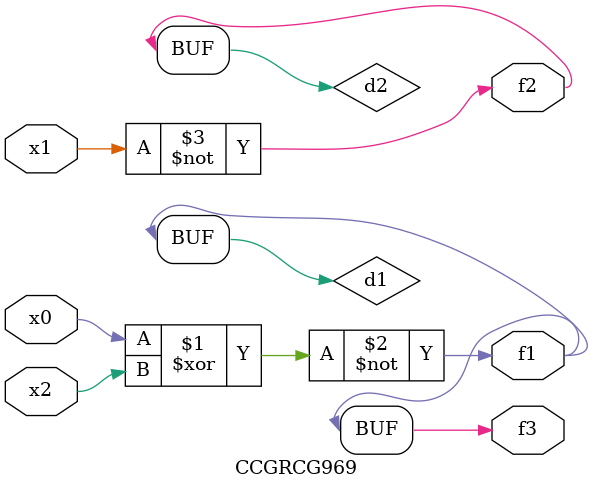
<source format=v>
module CCGRCG969(
	input x0, x1, x2,
	output f1, f2, f3
);

	wire d1, d2, d3;

	xnor (d1, x0, x2);
	nand (d2, x1);
	nor (d3, x1, x2);
	assign f1 = d1;
	assign f2 = d2;
	assign f3 = d1;
endmodule

</source>
